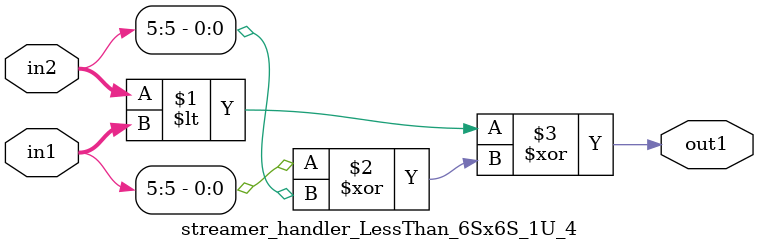
<source format=v>

`timescale 1ps / 1ps


module streamer_handler_LessThan_6Sx6S_1U_4( in2, in1, out1 );

    input [5:0] in2;
    input [5:0] in1;
    output out1;

    
    // rtl_process:streamer_handler_LessThan_6Sx6S_1U_4/streamer_handler_LessThan_6Sx6S_1U_4_thread_1
    assign out1 = (in2 < in1 ^ (in1[5] ^ in2[5]));

endmodule


</source>
